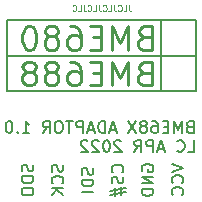
<source format=gbr>
%TF.GenerationSoftware,KiCad,Pcbnew,(6.0.2)*%
%TF.CreationDate,2022-04-05T22:12:57+02:00*%
%TF.ProjectId,BME68x Adaptor,424d4536-3878-4204-9164-6170746f722e,rev?*%
%TF.SameCoordinates,Original*%
%TF.FileFunction,Legend,Bot*%
%TF.FilePolarity,Positive*%
%FSLAX46Y46*%
G04 Gerber Fmt 4.6, Leading zero omitted, Abs format (unit mm)*
G04 Created by KiCad (PCBNEW (6.0.2)) date 2022-04-05 22:12:57*
%MOMM*%
%LPD*%
G01*
G04 APERTURE LIST*
%ADD10C,0.150000*%
%ADD11C,0.100000*%
%ADD12C,0.250000*%
G04 APERTURE END LIST*
D10*
X148000000Y-85000000D02*
X132000000Y-85000000D01*
X132000000Y-82000000D02*
X132000000Y-88000000D01*
X148000000Y-88000000D02*
X148000000Y-82000000D01*
X148000000Y-82000000D02*
X132000000Y-82000000D01*
X145000000Y-82000000D02*
X145000000Y-87900000D01*
X132000000Y-88000000D02*
X148000000Y-88000000D01*
X136694761Y-94244285D02*
X136742380Y-94387142D01*
X136742380Y-94625238D01*
X136694761Y-94720476D01*
X136647142Y-94768095D01*
X136551904Y-94815714D01*
X136456666Y-94815714D01*
X136361428Y-94768095D01*
X136313809Y-94720476D01*
X136266190Y-94625238D01*
X136218571Y-94434761D01*
X136170952Y-94339523D01*
X136123333Y-94291904D01*
X136028095Y-94244285D01*
X135932857Y-94244285D01*
X135837619Y-94291904D01*
X135790000Y-94339523D01*
X135742380Y-94434761D01*
X135742380Y-94672857D01*
X135790000Y-94815714D01*
X136647142Y-95815714D02*
X136694761Y-95768095D01*
X136742380Y-95625238D01*
X136742380Y-95530000D01*
X136694761Y-95387142D01*
X136599523Y-95291904D01*
X136504285Y-95244285D01*
X136313809Y-95196666D01*
X136170952Y-95196666D01*
X135980476Y-95244285D01*
X135885238Y-95291904D01*
X135790000Y-95387142D01*
X135742380Y-95530000D01*
X135742380Y-95625238D01*
X135790000Y-95768095D01*
X135837619Y-95815714D01*
X136742380Y-96244285D02*
X135742380Y-96244285D01*
X136742380Y-96815714D02*
X136170952Y-96387142D01*
X135742380Y-96815714D02*
X136313809Y-96244285D01*
X143410000Y-94768095D02*
X143362380Y-94672857D01*
X143362380Y-94530000D01*
X143410000Y-94387142D01*
X143505238Y-94291904D01*
X143600476Y-94244285D01*
X143790952Y-94196666D01*
X143933809Y-94196666D01*
X144124285Y-94244285D01*
X144219523Y-94291904D01*
X144314761Y-94387142D01*
X144362380Y-94530000D01*
X144362380Y-94625238D01*
X144314761Y-94768095D01*
X144267142Y-94815714D01*
X143933809Y-94815714D01*
X143933809Y-94625238D01*
X144362380Y-95244285D02*
X143362380Y-95244285D01*
X144362380Y-95815714D01*
X143362380Y-95815714D01*
X144362380Y-96291904D02*
X143362380Y-96291904D01*
X143362380Y-96530000D01*
X143410000Y-96672857D01*
X143505238Y-96768095D01*
X143600476Y-96815714D01*
X143790952Y-96863333D01*
X143933809Y-96863333D01*
X144124285Y-96815714D01*
X144219523Y-96768095D01*
X144314761Y-96672857D01*
X144362380Y-96530000D01*
X144362380Y-96291904D01*
D11*
X142309523Y-80726190D02*
X142309523Y-81083333D01*
X142333333Y-81154761D01*
X142380952Y-81202380D01*
X142452380Y-81226190D01*
X142500000Y-81226190D01*
X141833333Y-81226190D02*
X142071428Y-81226190D01*
X142071428Y-80726190D01*
X141380952Y-81178571D02*
X141404761Y-81202380D01*
X141476190Y-81226190D01*
X141523809Y-81226190D01*
X141595238Y-81202380D01*
X141642857Y-81154761D01*
X141666666Y-81107142D01*
X141690476Y-81011904D01*
X141690476Y-80940476D01*
X141666666Y-80845238D01*
X141642857Y-80797619D01*
X141595238Y-80750000D01*
X141523809Y-80726190D01*
X141476190Y-80726190D01*
X141404761Y-80750000D01*
X141380952Y-80773809D01*
X141023809Y-80726190D02*
X141023809Y-81083333D01*
X141047619Y-81154761D01*
X141095238Y-81202380D01*
X141166666Y-81226190D01*
X141214285Y-81226190D01*
X140547619Y-81226190D02*
X140785714Y-81226190D01*
X140785714Y-80726190D01*
X140095238Y-81178571D02*
X140119047Y-81202380D01*
X140190476Y-81226190D01*
X140238095Y-81226190D01*
X140309523Y-81202380D01*
X140357142Y-81154761D01*
X140380952Y-81107142D01*
X140404761Y-81011904D01*
X140404761Y-80940476D01*
X140380952Y-80845238D01*
X140357142Y-80797619D01*
X140309523Y-80750000D01*
X140238095Y-80726190D01*
X140190476Y-80726190D01*
X140119047Y-80750000D01*
X140095238Y-80773809D01*
X139738095Y-80726190D02*
X139738095Y-81083333D01*
X139761904Y-81154761D01*
X139809523Y-81202380D01*
X139880952Y-81226190D01*
X139928571Y-81226190D01*
X139261904Y-81226190D02*
X139500000Y-81226190D01*
X139500000Y-80726190D01*
X138809523Y-81178571D02*
X138833333Y-81202380D01*
X138904761Y-81226190D01*
X138952380Y-81226190D01*
X139023809Y-81202380D01*
X139071428Y-81154761D01*
X139095238Y-81107142D01*
X139119047Y-81011904D01*
X139119047Y-80940476D01*
X139095238Y-80845238D01*
X139071428Y-80797619D01*
X139023809Y-80750000D01*
X138952380Y-80726190D01*
X138904761Y-80726190D01*
X138833333Y-80750000D01*
X138809523Y-80773809D01*
X138452380Y-80726190D02*
X138452380Y-81083333D01*
X138476190Y-81154761D01*
X138523809Y-81202380D01*
X138595238Y-81226190D01*
X138642857Y-81226190D01*
X137976190Y-81226190D02*
X138214285Y-81226190D01*
X138214285Y-80726190D01*
X137523809Y-81178571D02*
X137547619Y-81202380D01*
X137619047Y-81226190D01*
X137666666Y-81226190D01*
X137738095Y-81202380D01*
X137785714Y-81154761D01*
X137809523Y-81107142D01*
X137833333Y-81011904D01*
X137833333Y-80940476D01*
X137809523Y-80845238D01*
X137785714Y-80797619D01*
X137738095Y-80750000D01*
X137666666Y-80726190D01*
X137619047Y-80726190D01*
X137547619Y-80750000D01*
X137523809Y-80773809D01*
D10*
X147431071Y-91023571D02*
X147288214Y-91071190D01*
X147240595Y-91118809D01*
X147192976Y-91214047D01*
X147192976Y-91356904D01*
X147240595Y-91452142D01*
X147288214Y-91499761D01*
X147383452Y-91547380D01*
X147764404Y-91547380D01*
X147764404Y-90547380D01*
X147431071Y-90547380D01*
X147335833Y-90595000D01*
X147288214Y-90642619D01*
X147240595Y-90737857D01*
X147240595Y-90833095D01*
X147288214Y-90928333D01*
X147335833Y-90975952D01*
X147431071Y-91023571D01*
X147764404Y-91023571D01*
X146764404Y-91547380D02*
X146764404Y-90547380D01*
X146431071Y-91261666D01*
X146097738Y-90547380D01*
X146097738Y-91547380D01*
X145621547Y-91023571D02*
X145288214Y-91023571D01*
X145145357Y-91547380D02*
X145621547Y-91547380D01*
X145621547Y-90547380D01*
X145145357Y-90547380D01*
X144288214Y-90547380D02*
X144478690Y-90547380D01*
X144573928Y-90595000D01*
X144621547Y-90642619D01*
X144716785Y-90785476D01*
X144764404Y-90975952D01*
X144764404Y-91356904D01*
X144716785Y-91452142D01*
X144669166Y-91499761D01*
X144573928Y-91547380D01*
X144383452Y-91547380D01*
X144288214Y-91499761D01*
X144240595Y-91452142D01*
X144192976Y-91356904D01*
X144192976Y-91118809D01*
X144240595Y-91023571D01*
X144288214Y-90975952D01*
X144383452Y-90928333D01*
X144573928Y-90928333D01*
X144669166Y-90975952D01*
X144716785Y-91023571D01*
X144764404Y-91118809D01*
X143621547Y-90975952D02*
X143716785Y-90928333D01*
X143764404Y-90880714D01*
X143812023Y-90785476D01*
X143812023Y-90737857D01*
X143764404Y-90642619D01*
X143716785Y-90595000D01*
X143621547Y-90547380D01*
X143431071Y-90547380D01*
X143335833Y-90595000D01*
X143288214Y-90642619D01*
X143240595Y-90737857D01*
X143240595Y-90785476D01*
X143288214Y-90880714D01*
X143335833Y-90928333D01*
X143431071Y-90975952D01*
X143621547Y-90975952D01*
X143716785Y-91023571D01*
X143764404Y-91071190D01*
X143812023Y-91166428D01*
X143812023Y-91356904D01*
X143764404Y-91452142D01*
X143716785Y-91499761D01*
X143621547Y-91547380D01*
X143431071Y-91547380D01*
X143335833Y-91499761D01*
X143288214Y-91452142D01*
X143240595Y-91356904D01*
X143240595Y-91166428D01*
X143288214Y-91071190D01*
X143335833Y-91023571D01*
X143431071Y-90975952D01*
X142907261Y-90547380D02*
X142240595Y-91547380D01*
X142240595Y-90547380D02*
X142907261Y-91547380D01*
X141145357Y-91261666D02*
X140669166Y-91261666D01*
X141240595Y-91547380D02*
X140907261Y-90547380D01*
X140573928Y-91547380D01*
X140240595Y-91547380D02*
X140240595Y-90547380D01*
X140002500Y-90547380D01*
X139859642Y-90595000D01*
X139764404Y-90690238D01*
X139716785Y-90785476D01*
X139669166Y-90975952D01*
X139669166Y-91118809D01*
X139716785Y-91309285D01*
X139764404Y-91404523D01*
X139859642Y-91499761D01*
X140002500Y-91547380D01*
X140240595Y-91547380D01*
X139288214Y-91261666D02*
X138812023Y-91261666D01*
X139383452Y-91547380D02*
X139050119Y-90547380D01*
X138716785Y-91547380D01*
X138383452Y-91547380D02*
X138383452Y-90547380D01*
X138002500Y-90547380D01*
X137907261Y-90595000D01*
X137859642Y-90642619D01*
X137812023Y-90737857D01*
X137812023Y-90880714D01*
X137859642Y-90975952D01*
X137907261Y-91023571D01*
X138002500Y-91071190D01*
X138383452Y-91071190D01*
X137526309Y-90547380D02*
X136954880Y-90547380D01*
X137240595Y-91547380D02*
X137240595Y-90547380D01*
X136431071Y-90547380D02*
X136240595Y-90547380D01*
X136145357Y-90595000D01*
X136050119Y-90690238D01*
X136002500Y-90880714D01*
X136002500Y-91214047D01*
X136050119Y-91404523D01*
X136145357Y-91499761D01*
X136240595Y-91547380D01*
X136431071Y-91547380D01*
X136526309Y-91499761D01*
X136621547Y-91404523D01*
X136669166Y-91214047D01*
X136669166Y-90880714D01*
X136621547Y-90690238D01*
X136526309Y-90595000D01*
X136431071Y-90547380D01*
X135002500Y-91547380D02*
X135335833Y-91071190D01*
X135573928Y-91547380D02*
X135573928Y-90547380D01*
X135192976Y-90547380D01*
X135097738Y-90595000D01*
X135050119Y-90642619D01*
X135002500Y-90737857D01*
X135002500Y-90880714D01*
X135050119Y-90975952D01*
X135097738Y-91023571D01*
X135192976Y-91071190D01*
X135573928Y-91071190D01*
X133288214Y-91547380D02*
X133859642Y-91547380D01*
X133573928Y-91547380D02*
X133573928Y-90547380D01*
X133669166Y-90690238D01*
X133764404Y-90785476D01*
X133859642Y-90833095D01*
X132859642Y-91452142D02*
X132812023Y-91499761D01*
X132859642Y-91547380D01*
X132907261Y-91499761D01*
X132859642Y-91452142D01*
X132859642Y-91547380D01*
X132192976Y-90547380D02*
X132097738Y-90547380D01*
X132002500Y-90595000D01*
X131954880Y-90642619D01*
X131907261Y-90737857D01*
X131859642Y-90928333D01*
X131859642Y-91166428D01*
X131907261Y-91356904D01*
X131954880Y-91452142D01*
X132002500Y-91499761D01*
X132097738Y-91547380D01*
X132192976Y-91547380D01*
X132288214Y-91499761D01*
X132335833Y-91452142D01*
X132383452Y-91356904D01*
X132431071Y-91166428D01*
X132431071Y-90928333D01*
X132383452Y-90737857D01*
X132335833Y-90642619D01*
X132288214Y-90595000D01*
X132192976Y-90547380D01*
X147288214Y-93157380D02*
X147764404Y-93157380D01*
X147764404Y-92157380D01*
X146383452Y-93062142D02*
X146431071Y-93109761D01*
X146573928Y-93157380D01*
X146669166Y-93157380D01*
X146812023Y-93109761D01*
X146907261Y-93014523D01*
X146954880Y-92919285D01*
X147002500Y-92728809D01*
X147002500Y-92585952D01*
X146954880Y-92395476D01*
X146907261Y-92300238D01*
X146812023Y-92205000D01*
X146669166Y-92157380D01*
X146573928Y-92157380D01*
X146431071Y-92205000D01*
X146383452Y-92252619D01*
X145240595Y-92871666D02*
X144764404Y-92871666D01*
X145335833Y-93157380D02*
X145002500Y-92157380D01*
X144669166Y-93157380D01*
X144335833Y-93157380D02*
X144335833Y-92157380D01*
X143954880Y-92157380D01*
X143859642Y-92205000D01*
X143812023Y-92252619D01*
X143764404Y-92347857D01*
X143764404Y-92490714D01*
X143812023Y-92585952D01*
X143859642Y-92633571D01*
X143954880Y-92681190D01*
X144335833Y-92681190D01*
X142764404Y-93157380D02*
X143097738Y-92681190D01*
X143335833Y-93157380D02*
X143335833Y-92157380D01*
X142954880Y-92157380D01*
X142859642Y-92205000D01*
X142812023Y-92252619D01*
X142764404Y-92347857D01*
X142764404Y-92490714D01*
X142812023Y-92585952D01*
X142859642Y-92633571D01*
X142954880Y-92681190D01*
X143335833Y-92681190D01*
X141621547Y-92252619D02*
X141573928Y-92205000D01*
X141478690Y-92157380D01*
X141240595Y-92157380D01*
X141145357Y-92205000D01*
X141097738Y-92252619D01*
X141050119Y-92347857D01*
X141050119Y-92443095D01*
X141097738Y-92585952D01*
X141669166Y-93157380D01*
X141050119Y-93157380D01*
X140431071Y-92157380D02*
X140335833Y-92157380D01*
X140240595Y-92205000D01*
X140192976Y-92252619D01*
X140145357Y-92347857D01*
X140097738Y-92538333D01*
X140097738Y-92776428D01*
X140145357Y-92966904D01*
X140192976Y-93062142D01*
X140240595Y-93109761D01*
X140335833Y-93157380D01*
X140431071Y-93157380D01*
X140526309Y-93109761D01*
X140573928Y-93062142D01*
X140621547Y-92966904D01*
X140669166Y-92776428D01*
X140669166Y-92538333D01*
X140621547Y-92347857D01*
X140573928Y-92252619D01*
X140526309Y-92205000D01*
X140431071Y-92157380D01*
X139716785Y-92252619D02*
X139669166Y-92205000D01*
X139573928Y-92157380D01*
X139335833Y-92157380D01*
X139240595Y-92205000D01*
X139192976Y-92252619D01*
X139145357Y-92347857D01*
X139145357Y-92443095D01*
X139192976Y-92585952D01*
X139764404Y-93157380D01*
X139145357Y-93157380D01*
X138764404Y-92252619D02*
X138716785Y-92205000D01*
X138621547Y-92157380D01*
X138383452Y-92157380D01*
X138288214Y-92205000D01*
X138240595Y-92252619D01*
X138192976Y-92347857D01*
X138192976Y-92443095D01*
X138240595Y-92585952D01*
X138812023Y-93157380D01*
X138192976Y-93157380D01*
X134154761Y-94220476D02*
X134202380Y-94363333D01*
X134202380Y-94601428D01*
X134154761Y-94696666D01*
X134107142Y-94744285D01*
X134011904Y-94791904D01*
X133916666Y-94791904D01*
X133821428Y-94744285D01*
X133773809Y-94696666D01*
X133726190Y-94601428D01*
X133678571Y-94410952D01*
X133630952Y-94315714D01*
X133583333Y-94268095D01*
X133488095Y-94220476D01*
X133392857Y-94220476D01*
X133297619Y-94268095D01*
X133250000Y-94315714D01*
X133202380Y-94410952D01*
X133202380Y-94649047D01*
X133250000Y-94791904D01*
X134202380Y-95220476D02*
X133202380Y-95220476D01*
X133202380Y-95458571D01*
X133250000Y-95601428D01*
X133345238Y-95696666D01*
X133440476Y-95744285D01*
X133630952Y-95791904D01*
X133773809Y-95791904D01*
X133964285Y-95744285D01*
X134059523Y-95696666D01*
X134154761Y-95601428D01*
X134202380Y-95458571D01*
X134202380Y-95220476D01*
X133202380Y-96410952D02*
X133202380Y-96601428D01*
X133250000Y-96696666D01*
X133345238Y-96791904D01*
X133535714Y-96839523D01*
X133869047Y-96839523D01*
X134059523Y-96791904D01*
X134154761Y-96696666D01*
X134202380Y-96601428D01*
X134202380Y-96410952D01*
X134154761Y-96315714D01*
X134059523Y-96220476D01*
X133869047Y-96172857D01*
X133535714Y-96172857D01*
X133345238Y-96220476D01*
X133250000Y-96315714D01*
X133202380Y-96410952D01*
X141727142Y-94863333D02*
X141774761Y-94815714D01*
X141822380Y-94672857D01*
X141822380Y-94577619D01*
X141774761Y-94434761D01*
X141679523Y-94339523D01*
X141584285Y-94291904D01*
X141393809Y-94244285D01*
X141250952Y-94244285D01*
X141060476Y-94291904D01*
X140965238Y-94339523D01*
X140870000Y-94434761D01*
X140822380Y-94577619D01*
X140822380Y-94672857D01*
X140870000Y-94815714D01*
X140917619Y-94863333D01*
X141774761Y-95244285D02*
X141822380Y-95387142D01*
X141822380Y-95625238D01*
X141774761Y-95720476D01*
X141727142Y-95768095D01*
X141631904Y-95815714D01*
X141536666Y-95815714D01*
X141441428Y-95768095D01*
X141393809Y-95720476D01*
X141346190Y-95625238D01*
X141298571Y-95434761D01*
X141250952Y-95339523D01*
X141203333Y-95291904D01*
X141108095Y-95244285D01*
X141012857Y-95244285D01*
X140917619Y-95291904D01*
X140870000Y-95339523D01*
X140822380Y-95434761D01*
X140822380Y-95672857D01*
X140870000Y-95815714D01*
X141155714Y-96196666D02*
X141155714Y-96910952D01*
X140727142Y-96482380D02*
X142012857Y-96196666D01*
X141584285Y-96815714D02*
X141584285Y-96101428D01*
X142012857Y-96530000D02*
X140727142Y-96815714D01*
D12*
X143561904Y-86457142D02*
X143276190Y-86552380D01*
X143180952Y-86647619D01*
X143085714Y-86838095D01*
X143085714Y-87123809D01*
X143180952Y-87314285D01*
X143276190Y-87409523D01*
X143466666Y-87504761D01*
X144228571Y-87504761D01*
X144228571Y-85504761D01*
X143561904Y-85504761D01*
X143371428Y-85600000D01*
X143276190Y-85695238D01*
X143180952Y-85885714D01*
X143180952Y-86076190D01*
X143276190Y-86266666D01*
X143371428Y-86361904D01*
X143561904Y-86457142D01*
X144228571Y-86457142D01*
X142228571Y-87504761D02*
X142228571Y-85504761D01*
X141561904Y-86933333D01*
X140895238Y-85504761D01*
X140895238Y-87504761D01*
X139942857Y-86457142D02*
X139276190Y-86457142D01*
X138990476Y-87504761D02*
X139942857Y-87504761D01*
X139942857Y-85504761D01*
X138990476Y-85504761D01*
X137276190Y-85504761D02*
X137657142Y-85504761D01*
X137847619Y-85600000D01*
X137942857Y-85695238D01*
X138133333Y-85980952D01*
X138228571Y-86361904D01*
X138228571Y-87123809D01*
X138133333Y-87314285D01*
X138038095Y-87409523D01*
X137847619Y-87504761D01*
X137466666Y-87504761D01*
X137276190Y-87409523D01*
X137180952Y-87314285D01*
X137085714Y-87123809D01*
X137085714Y-86647619D01*
X137180952Y-86457142D01*
X137276190Y-86361904D01*
X137466666Y-86266666D01*
X137847619Y-86266666D01*
X138038095Y-86361904D01*
X138133333Y-86457142D01*
X138228571Y-86647619D01*
X135942857Y-86361904D02*
X136133333Y-86266666D01*
X136228571Y-86171428D01*
X136323809Y-85980952D01*
X136323809Y-85885714D01*
X136228571Y-85695238D01*
X136133333Y-85600000D01*
X135942857Y-85504761D01*
X135561904Y-85504761D01*
X135371428Y-85600000D01*
X135276190Y-85695238D01*
X135180952Y-85885714D01*
X135180952Y-85980952D01*
X135276190Y-86171428D01*
X135371428Y-86266666D01*
X135561904Y-86361904D01*
X135942857Y-86361904D01*
X136133333Y-86457142D01*
X136228571Y-86552380D01*
X136323809Y-86742857D01*
X136323809Y-87123809D01*
X136228571Y-87314285D01*
X136133333Y-87409523D01*
X135942857Y-87504761D01*
X135561904Y-87504761D01*
X135371428Y-87409523D01*
X135276190Y-87314285D01*
X135180952Y-87123809D01*
X135180952Y-86742857D01*
X135276190Y-86552380D01*
X135371428Y-86457142D01*
X135561904Y-86361904D01*
X134038095Y-86361904D02*
X134228571Y-86266666D01*
X134323809Y-86171428D01*
X134419047Y-85980952D01*
X134419047Y-85885714D01*
X134323809Y-85695238D01*
X134228571Y-85600000D01*
X134038095Y-85504761D01*
X133657142Y-85504761D01*
X133466666Y-85600000D01*
X133371428Y-85695238D01*
X133276190Y-85885714D01*
X133276190Y-85980952D01*
X133371428Y-86171428D01*
X133466666Y-86266666D01*
X133657142Y-86361904D01*
X134038095Y-86361904D01*
X134228571Y-86457142D01*
X134323809Y-86552380D01*
X134419047Y-86742857D01*
X134419047Y-87123809D01*
X134323809Y-87314285D01*
X134228571Y-87409523D01*
X134038095Y-87504761D01*
X133657142Y-87504761D01*
X133466666Y-87409523D01*
X133371428Y-87314285D01*
X133276190Y-87123809D01*
X133276190Y-86742857D01*
X133371428Y-86552380D01*
X133466666Y-86457142D01*
X133657142Y-86361904D01*
X143561904Y-83457142D02*
X143276190Y-83552380D01*
X143180952Y-83647619D01*
X143085714Y-83838095D01*
X143085714Y-84123809D01*
X143180952Y-84314285D01*
X143276190Y-84409523D01*
X143466666Y-84504761D01*
X144228571Y-84504761D01*
X144228571Y-82504761D01*
X143561904Y-82504761D01*
X143371428Y-82600000D01*
X143276190Y-82695238D01*
X143180952Y-82885714D01*
X143180952Y-83076190D01*
X143276190Y-83266666D01*
X143371428Y-83361904D01*
X143561904Y-83457142D01*
X144228571Y-83457142D01*
X142228571Y-84504761D02*
X142228571Y-82504761D01*
X141561904Y-83933333D01*
X140895238Y-82504761D01*
X140895238Y-84504761D01*
X139942857Y-83457142D02*
X139276190Y-83457142D01*
X138990476Y-84504761D02*
X139942857Y-84504761D01*
X139942857Y-82504761D01*
X138990476Y-82504761D01*
X137276190Y-82504761D02*
X137657142Y-82504761D01*
X137847619Y-82600000D01*
X137942857Y-82695238D01*
X138133333Y-82980952D01*
X138228571Y-83361904D01*
X138228571Y-84123809D01*
X138133333Y-84314285D01*
X138038095Y-84409523D01*
X137847619Y-84504761D01*
X137466666Y-84504761D01*
X137276190Y-84409523D01*
X137180952Y-84314285D01*
X137085714Y-84123809D01*
X137085714Y-83647619D01*
X137180952Y-83457142D01*
X137276190Y-83361904D01*
X137466666Y-83266666D01*
X137847619Y-83266666D01*
X138038095Y-83361904D01*
X138133333Y-83457142D01*
X138228571Y-83647619D01*
X135942857Y-83361904D02*
X136133333Y-83266666D01*
X136228571Y-83171428D01*
X136323809Y-82980952D01*
X136323809Y-82885714D01*
X136228571Y-82695238D01*
X136133333Y-82600000D01*
X135942857Y-82504761D01*
X135561904Y-82504761D01*
X135371428Y-82600000D01*
X135276190Y-82695238D01*
X135180952Y-82885714D01*
X135180952Y-82980952D01*
X135276190Y-83171428D01*
X135371428Y-83266666D01*
X135561904Y-83361904D01*
X135942857Y-83361904D01*
X136133333Y-83457142D01*
X136228571Y-83552380D01*
X136323809Y-83742857D01*
X136323809Y-84123809D01*
X136228571Y-84314285D01*
X136133333Y-84409523D01*
X135942857Y-84504761D01*
X135561904Y-84504761D01*
X135371428Y-84409523D01*
X135276190Y-84314285D01*
X135180952Y-84123809D01*
X135180952Y-83742857D01*
X135276190Y-83552380D01*
X135371428Y-83457142D01*
X135561904Y-83361904D01*
X133942857Y-82504761D02*
X133752380Y-82504761D01*
X133561904Y-82600000D01*
X133466666Y-82695238D01*
X133371428Y-82885714D01*
X133276190Y-83266666D01*
X133276190Y-83742857D01*
X133371428Y-84123809D01*
X133466666Y-84314285D01*
X133561904Y-84409523D01*
X133752380Y-84504761D01*
X133942857Y-84504761D01*
X134133333Y-84409523D01*
X134228571Y-84314285D01*
X134323809Y-84123809D01*
X134419047Y-83742857D01*
X134419047Y-83266666D01*
X134323809Y-82885714D01*
X134228571Y-82695238D01*
X134133333Y-82600000D01*
X133942857Y-82504761D01*
D10*
X145902380Y-94196666D02*
X146902380Y-94530000D01*
X145902380Y-94863333D01*
X146807142Y-95768095D02*
X146854761Y-95720476D01*
X146902380Y-95577619D01*
X146902380Y-95482380D01*
X146854761Y-95339523D01*
X146759523Y-95244285D01*
X146664285Y-95196666D01*
X146473809Y-95149047D01*
X146330952Y-95149047D01*
X146140476Y-95196666D01*
X146045238Y-95244285D01*
X145950000Y-95339523D01*
X145902380Y-95482380D01*
X145902380Y-95577619D01*
X145950000Y-95720476D01*
X145997619Y-95768095D01*
X146807142Y-96768095D02*
X146854761Y-96720476D01*
X146902380Y-96577619D01*
X146902380Y-96482380D01*
X146854761Y-96339523D01*
X146759523Y-96244285D01*
X146664285Y-96196666D01*
X146473809Y-96149047D01*
X146330952Y-96149047D01*
X146140476Y-96196666D01*
X146045238Y-96244285D01*
X145950000Y-96339523D01*
X145902380Y-96482380D01*
X145902380Y-96577619D01*
X145950000Y-96720476D01*
X145997619Y-96768095D01*
X139234761Y-94506190D02*
X139282380Y-94649047D01*
X139282380Y-94887142D01*
X139234761Y-94982380D01*
X139187142Y-95030000D01*
X139091904Y-95077619D01*
X138996666Y-95077619D01*
X138901428Y-95030000D01*
X138853809Y-94982380D01*
X138806190Y-94887142D01*
X138758571Y-94696666D01*
X138710952Y-94601428D01*
X138663333Y-94553809D01*
X138568095Y-94506190D01*
X138472857Y-94506190D01*
X138377619Y-94553809D01*
X138330000Y-94601428D01*
X138282380Y-94696666D01*
X138282380Y-94934761D01*
X138330000Y-95077619D01*
X139282380Y-95506190D02*
X138282380Y-95506190D01*
X138282380Y-95744285D01*
X138330000Y-95887142D01*
X138425238Y-95982380D01*
X138520476Y-96030000D01*
X138710952Y-96077619D01*
X138853809Y-96077619D01*
X139044285Y-96030000D01*
X139139523Y-95982380D01*
X139234761Y-95887142D01*
X139282380Y-95744285D01*
X139282380Y-95506190D01*
X139282380Y-96506190D02*
X138282380Y-96506190D01*
M02*

</source>
